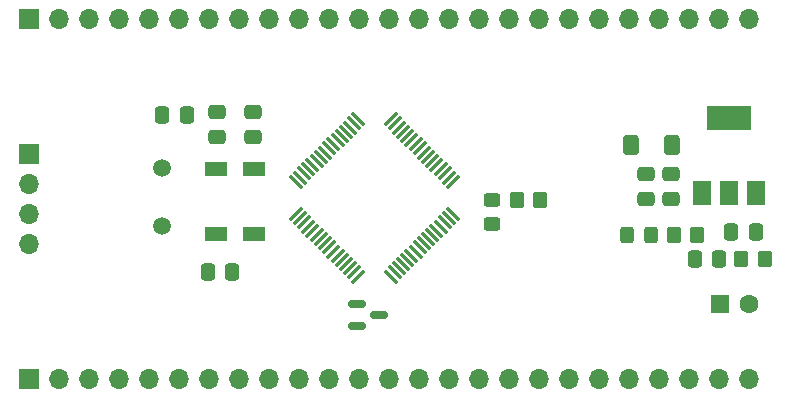
<source format=gbr>
%TF.GenerationSoftware,KiCad,Pcbnew,8.0.1*%
%TF.CreationDate,2024-03-27T10:15:15-03:00*%
%TF.ProjectId,CPU Stm32G431,43505520-5374-46d3-9332-473433312e6b,rev?*%
%TF.SameCoordinates,Original*%
%TF.FileFunction,Soldermask,Top*%
%TF.FilePolarity,Negative*%
%FSLAX46Y46*%
G04 Gerber Fmt 4.6, Leading zero omitted, Abs format (unit mm)*
G04 Created by KiCad (PCBNEW 8.0.1) date 2024-03-27 10:15:15*
%MOMM*%
%LPD*%
G01*
G04 APERTURE LIST*
G04 Aperture macros list*
%AMRoundRect*
0 Rectangle with rounded corners*
0 $1 Rounding radius*
0 $2 $3 $4 $5 $6 $7 $8 $9 X,Y pos of 4 corners*
0 Add a 4 corners polygon primitive as box body*
4,1,4,$2,$3,$4,$5,$6,$7,$8,$9,$2,$3,0*
0 Add four circle primitives for the rounded corners*
1,1,$1+$1,$2,$3*
1,1,$1+$1,$4,$5*
1,1,$1+$1,$6,$7*
1,1,$1+$1,$8,$9*
0 Add four rect primitives between the rounded corners*
20,1,$1+$1,$2,$3,$4,$5,0*
20,1,$1+$1,$4,$5,$6,$7,0*
20,1,$1+$1,$6,$7,$8,$9,0*
20,1,$1+$1,$8,$9,$2,$3,0*%
G04 Aperture macros list end*
%ADD10RoundRect,0.150000X-0.587500X-0.150000X0.587500X-0.150000X0.587500X0.150000X-0.587500X0.150000X0*%
%ADD11RoundRect,0.250000X-0.350000X-0.450000X0.350000X-0.450000X0.350000X0.450000X-0.350000X0.450000X0*%
%ADD12RoundRect,0.250000X-0.400000X-0.600000X0.400000X-0.600000X0.400000X0.600000X-0.400000X0.600000X0*%
%ADD13RoundRect,0.250000X-0.337500X-0.475000X0.337500X-0.475000X0.337500X0.475000X-0.337500X0.475000X0*%
%ADD14RoundRect,0.250000X0.475000X-0.337500X0.475000X0.337500X-0.475000X0.337500X-0.475000X-0.337500X0*%
%ADD15R,1.600000X1.600000*%
%ADD16C,1.600000*%
%ADD17RoundRect,0.250000X-0.475000X0.337500X-0.475000X-0.337500X0.475000X-0.337500X0.475000X0.337500X0*%
%ADD18RoundRect,0.250000X0.337500X0.475000X-0.337500X0.475000X-0.337500X-0.475000X0.337500X-0.475000X0*%
%ADD19RoundRect,0.250000X-0.325000X-0.450000X0.325000X-0.450000X0.325000X0.450000X-0.325000X0.450000X0*%
%ADD20C,1.500000*%
%ADD21RoundRect,0.250000X0.450000X-0.325000X0.450000X0.325000X-0.450000X0.325000X-0.450000X-0.325000X0*%
%ADD22R,1.500000X2.000000*%
%ADD23R,3.800000X2.000000*%
%ADD24R,1.700000X1.700000*%
%ADD25O,1.700000X1.700000*%
%ADD26RoundRect,0.250000X0.350000X0.450000X-0.350000X0.450000X-0.350000X-0.450000X0.350000X-0.450000X0*%
%ADD27RoundRect,0.075000X-0.441942X-0.548008X0.548008X0.441942X0.441942X0.548008X-0.548008X-0.441942X0*%
%ADD28RoundRect,0.075000X0.441942X-0.548008X0.548008X-0.441942X-0.441942X0.548008X-0.548008X0.441942X0*%
%ADD29R,1.900000X1.300000*%
G04 APERTURE END LIST*
D10*
%TO.C,U4*%
X147062500Y-113250000D03*
X147062500Y-115150000D03*
X148937500Y-114200000D03*
%TD*%
D11*
%TO.C,R8*%
X179600000Y-109500000D03*
X181600000Y-109500000D03*
%TD*%
D12*
%TO.C,D6*%
X170250000Y-99800000D03*
X173750000Y-99800000D03*
%TD*%
D13*
%TO.C,C18*%
X178762500Y-107200000D03*
X180837500Y-107200000D03*
%TD*%
D14*
%TO.C,C10*%
X171580000Y-104357500D03*
X171580000Y-102282500D03*
%TD*%
D15*
%TO.C,C7*%
X177774888Y-113300000D03*
D16*
X180274888Y-113300000D03*
%TD*%
D17*
%TO.C,C5*%
X135200000Y-97062500D03*
X135200000Y-99137500D03*
%TD*%
D18*
%TO.C,C3*%
X136537500Y-110550000D03*
X134462500Y-110550000D03*
%TD*%
D19*
%TO.C,D2*%
X169955000Y-107400000D03*
X172005000Y-107400000D03*
%TD*%
D20*
%TO.C,Y1*%
X130550000Y-101800000D03*
X130550000Y-106680000D03*
%TD*%
D18*
%TO.C,C2*%
X132687500Y-97250000D03*
X130612500Y-97250000D03*
%TD*%
D14*
%TO.C,C9*%
X173680000Y-104357500D03*
X173680000Y-102282500D03*
%TD*%
D21*
%TO.C,D1*%
X158500000Y-106525000D03*
X158500000Y-104475000D03*
%TD*%
D13*
%TO.C,C8*%
X175662500Y-109500000D03*
X177737500Y-109500000D03*
%TD*%
D22*
%TO.C,U3*%
X176280000Y-103870000D03*
X178580000Y-103870000D03*
D23*
X178580000Y-97570000D03*
D22*
X180880000Y-103870000D03*
%TD*%
D24*
%TO.C,J1*%
X119300000Y-100620000D03*
D25*
X119300000Y-103160000D03*
X119300000Y-105700000D03*
X119300000Y-108240000D03*
%TD*%
D26*
%TO.C,R2*%
X162600000Y-104500000D03*
X160600000Y-104500000D03*
%TD*%
%TO.C,R3*%
X175900000Y-107400000D03*
X173900000Y-107400000D03*
%TD*%
D17*
%TO.C,C4*%
X138300000Y-97062500D03*
X138300000Y-99137500D03*
%TD*%
D27*
%TO.C,U1*%
X141895519Y-105661181D03*
X142249072Y-106014734D03*
X142602625Y-106368287D03*
X142956179Y-106721841D03*
X143309732Y-107075394D03*
X143663286Y-107428948D03*
X144016839Y-107782501D03*
X144370392Y-108136054D03*
X144723946Y-108489608D03*
X145077499Y-108843161D03*
X145431052Y-109196714D03*
X145784606Y-109550268D03*
X146138159Y-109903821D03*
X146491713Y-110257375D03*
X146845266Y-110610928D03*
X147198819Y-110964481D03*
D28*
X149921181Y-110964481D03*
X150274734Y-110610928D03*
X150628287Y-110257375D03*
X150981841Y-109903821D03*
X151335394Y-109550268D03*
X151688948Y-109196714D03*
X152042501Y-108843161D03*
X152396054Y-108489608D03*
X152749608Y-108136054D03*
X153103161Y-107782501D03*
X153456714Y-107428948D03*
X153810268Y-107075394D03*
X154163821Y-106721841D03*
X154517375Y-106368287D03*
X154870928Y-106014734D03*
X155224481Y-105661181D03*
D27*
X155224481Y-102938819D03*
X154870928Y-102585266D03*
X154517375Y-102231713D03*
X154163821Y-101878159D03*
X153810268Y-101524606D03*
X153456714Y-101171052D03*
X153103161Y-100817499D03*
X152749608Y-100463946D03*
X152396054Y-100110392D03*
X152042501Y-99756839D03*
X151688948Y-99403286D03*
X151335394Y-99049732D03*
X150981841Y-98696179D03*
X150628287Y-98342625D03*
X150274734Y-97989072D03*
X149921181Y-97635519D03*
D28*
X147198819Y-97635519D03*
X146845266Y-97989072D03*
X146491713Y-98342625D03*
X146138159Y-98696179D03*
X145784606Y-99049732D03*
X145431052Y-99403286D03*
X145077499Y-99756839D03*
X144723946Y-100110392D03*
X144370392Y-100463946D03*
X144016839Y-100817499D03*
X143663286Y-101171052D03*
X143309732Y-101524606D03*
X142956179Y-101878159D03*
X142602625Y-102231713D03*
X142249072Y-102585266D03*
X141895519Y-102938819D03*
%TD*%
D29*
%TO.C,Y2*%
X135150000Y-101850000D03*
X138350000Y-101850000D03*
X135150000Y-107350000D03*
X138350000Y-107350000D03*
%TD*%
D24*
%TO.C,J3*%
X119350000Y-119670000D03*
D25*
X121890000Y-119670000D03*
X124430000Y-119670000D03*
X126970000Y-119670000D03*
X129510000Y-119670000D03*
X132050000Y-119670000D03*
X134590000Y-119670000D03*
X137130000Y-119670000D03*
X139670000Y-119670000D03*
X142210000Y-119670000D03*
X144750000Y-119670000D03*
X147290000Y-119670000D03*
X149830000Y-119670000D03*
X152370000Y-119670000D03*
X154910000Y-119670000D03*
X157450000Y-119670000D03*
X159990000Y-119670000D03*
X162530000Y-119670000D03*
X165070000Y-119670000D03*
X167610000Y-119670000D03*
X170150000Y-119670000D03*
X172690000Y-119670000D03*
X175230000Y-119670000D03*
X177770000Y-119670000D03*
X180310000Y-119670000D03*
%TD*%
D24*
%TO.C,J2*%
X119340000Y-89190000D03*
D25*
X121880000Y-89190000D03*
X124420000Y-89190000D03*
X126960000Y-89190000D03*
X129500000Y-89190000D03*
X132040000Y-89190000D03*
X134580000Y-89190000D03*
X137120000Y-89190000D03*
X139660000Y-89190000D03*
X142200000Y-89190000D03*
X144740000Y-89190000D03*
X147280000Y-89190000D03*
X149820000Y-89190000D03*
X152360000Y-89190000D03*
X154900000Y-89190000D03*
X157440000Y-89190000D03*
X159980000Y-89190000D03*
X162520000Y-89190000D03*
X165060000Y-89190000D03*
X167600000Y-89190000D03*
X170140000Y-89190000D03*
X172680000Y-89190000D03*
X175220000Y-89190000D03*
X177760000Y-89190000D03*
X180300000Y-89190000D03*
%TD*%
M02*

</source>
